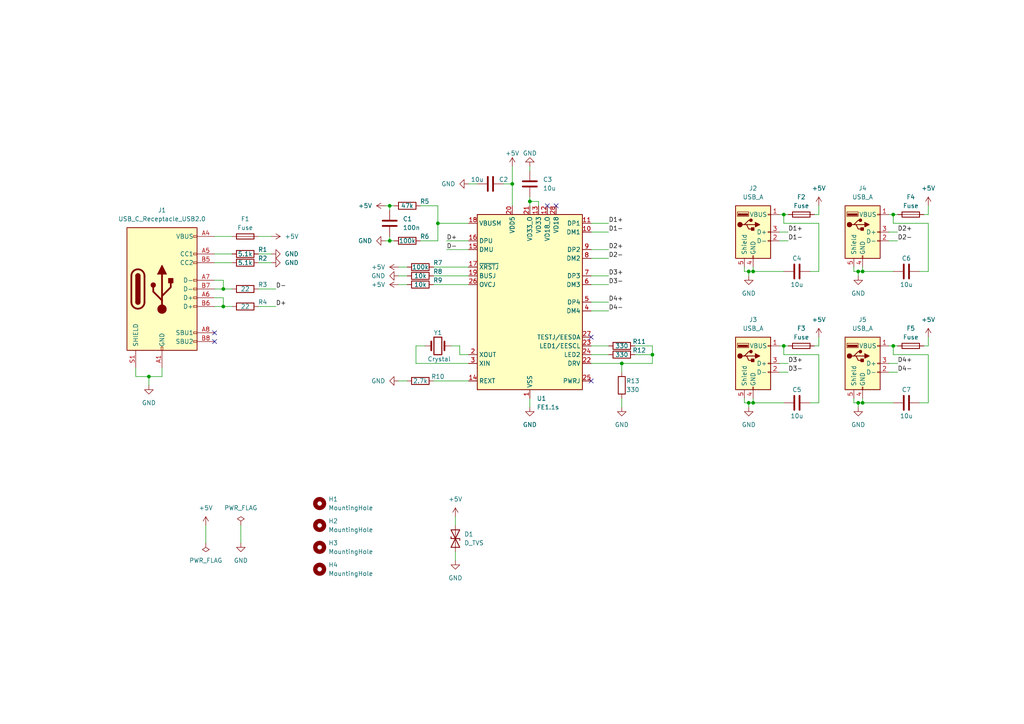
<source format=kicad_sch>
(kicad_sch (version 20211123) (generator eeschema)
  (paper "A4")
  (lib_symbols
    (symbol "Connector:USB_A" (pin_names (offset 1.016))
      (property "Reference" "J" (at -5.08 11.43 0))
      (property "Value" "USB_A" (at -5.08 8.89 0))
      (symbol "USB_A_0_1"
        (rectangle (start -5.08 -7.62) (end 5.08 7.62) (stroke (width 0.254)) (fill (type background)))
        (circle (center -3.81 2.159) (radius 0.635) (stroke (width 0.254)) (fill (type outline)))
        (rectangle (start -1.524 4.826) (end -4.318 5.334) (fill (type outline)))
        (rectangle (start -1.27 4.572) (end -4.572 5.842))
        (circle (center -0.635 3.429) (radius 0.381) (stroke (width 0.254)) (fill (type outline)))
        (rectangle (start -0.127 -7.62) (end 0.127 -6.858))
        (polyline (pts (xy -3.175 2.159) (xy -2.54 2.159) (xy -1.27 3.429) (xy -0.635 3.429)) (stroke (width 0.254)))
        (polyline (pts (xy -2.54 2.159) (xy -1.905 2.159) (xy -1.27 0.889) (xy 0 0.889)) (stroke (width 0.254)))
        (polyline (pts (xy 0.635 2.794) (xy 0.635 1.524) (xy 1.905 2.159) (xy 0.635 2.794)) (stroke (width 0.254)) (fill (type outline)))
        (rectangle (start 0.254 1.27) (end -0.508 0.508) (stroke (width 0.254)) (fill (type outline)))
        (rectangle (start 5.08 -2.667) (end 4.318 -2.413))
        (rectangle (start 5.08 -0.127) (end 4.318 0.127))
        (rectangle (start 5.08 4.953) (end 4.318 5.207))
      )
      (symbol "USB_A_1_1"
        (polyline (pts (xy -1.905 2.159) (xy 0.635 2.159)) (stroke (width 0.254)))
        (pin power_in line (at 7.62 5.08 180) (length 2.54) (name "VBUS") (number "1"))
        (pin bidirectional line (at 7.62 -2.54 180) (length 2.54) (name "D-") (number "2"))
        (pin bidirectional line (at 7.62 0 180) (length 2.54) (name "D+") (number "3"))
        (pin power_in line (at 0 -10.16 90) (length 2.54) (name "GND") (number "4"))
        (pin passive line (at -2.54 -10.16 90) (length 2.54) (name "Shield") (number "5"))
      )
    )
    (symbol "Connector:USB_C_Receptacle_USB2.0" (pin_names (offset 1.016))
      (property "Reference" "J" (at -10.16 19.05 0))
      (property "Value" "USB_C_Receptacle_USB2.0" (at 19.05 19.05 0))
      (symbol "USB_C_Receptacle_USB2.0_0_0"
        (rectangle (start -0.254 -17.78) (end 0.254 -16.764))
        (rectangle (start 10.16 -14.986) (end 9.144 -15.494))
        (rectangle (start 10.16 -12.446) (end 9.144 -12.954))
        (rectangle (start 10.16 -4.826) (end 9.144 -5.334))
        (rectangle (start 10.16 -2.286) (end 9.144 -2.794))
        (rectangle (start 10.16 0.254) (end 9.144 -0.254))
        (rectangle (start 10.16 2.794) (end 9.144 2.286))
        (rectangle (start 10.16 7.874) (end 9.144 7.366))
        (rectangle (start 10.16 10.414) (end 9.144 9.906))
        (rectangle (start 10.16 15.494) (end 9.144 14.986))
      )
      (symbol "USB_C_Receptacle_USB2.0_0_1"
        (rectangle (start -10.16 17.78) (end 10.16 -17.78) (stroke (width 0.254)) (fill (type background)))
        (arc (start -8.89 -3.81) (mid -6.985 -5.715) (end -5.08 -3.81) (stroke (width 0.508)))
        (arc (start -7.62 -3.81) (mid -6.985 -4.445) (end -6.35 -3.81) (stroke (width 0.254)))
        (arc (start -7.62 -3.81) (mid -6.985 -4.445) (end -6.35 -3.81) (stroke (width 0.254)) (fill (type outline)))
        (rectangle (start -7.62 -3.81) (end -6.35 3.81) (stroke (width 0.254)) (fill (type outline)))
        (arc (start -6.35 3.81) (mid -6.985 4.445) (end -7.62 3.81) (stroke (width 0.254)))
        (arc (start -6.35 3.81) (mid -6.985 4.445) (end -7.62 3.81) (stroke (width 0.254)) (fill (type outline)))
        (arc (start -5.08 3.81) (mid -6.985 5.715) (end -8.89 3.81) (stroke (width 0.508)))
        (circle (center -2.54 1.143) (radius 0.635) (stroke (width 0.254)) (fill (type outline)))
        (circle (center 0 -5.842) (radius 1.27) (fill (type outline)))
        (polyline (pts (xy -8.89 -3.81) (xy -8.89 3.81)) (stroke (width 0.508)))
        (polyline (pts (xy -5.08 3.81) (xy -5.08 -3.81)) (stroke (width 0.508)))
        (polyline (pts (xy 0 -5.842) (xy 0 4.318)) (stroke (width 0.508)))
        (polyline (pts (xy 0 -3.302) (xy -2.54 -0.762) (xy -2.54 0.508)) (stroke (width 0.508)))
        (polyline (pts (xy 0 -2.032) (xy 2.54 0.508) (xy 2.54 1.778)) (stroke (width 0.508)))
        (polyline (pts (xy -1.27 4.318) (xy 0 6.858) (xy 1.27 4.318) (xy -1.27 4.318)) (stroke (width 0.254)) (fill (type outline)))
        (rectangle (start 1.905 1.778) (end 3.175 3.048) (stroke (width 0.254)) (fill (type outline)))
      )
      (symbol "USB_C_Receptacle_USB2.0_1_1"
        (pin passive line (at 0 -22.86 90) (length 5.08) (name "GND") (number "A1"))
        (pin passive line (at 0 -22.86 90) (length 5.08) hide (name "GND") (number "A12"))
        (pin passive line (at 15.24 15.24 180) (length 5.08) (name "VBUS") (number "A4"))
        (pin bidirectional line (at 15.24 10.16 180) (length 5.08) (name "CC1") (number "A5"))
        (pin bidirectional line (at 15.24 -2.54 180) (length 5.08) (name "D+") (number "A6"))
        (pin bidirectional line (at 15.24 2.54 180) (length 5.08) (name "D-") (number "A7"))
        (pin bidirectional line (at 15.24 -12.7 180) (length 5.08) (name "SBU1") (number "A8"))
        (pin passive line (at 15.24 15.24 180) (length 5.08) hide (name "VBUS") (number "A9"))
        (pin passive line (at 0 -22.86 90) (length 5.08) hide (name "GND") (number "B1"))
        (pin passive line (at 0 -22.86 90) (length 5.08) hide (name "GND") (number "B12"))
        (pin passive line (at 15.24 15.24 180) (length 5.08) hide (name "VBUS") (number "B4"))
        (pin bidirectional line (at 15.24 7.62 180) (length 5.08) (name "CC2") (number "B5"))
        (pin bidirectional line (at 15.24 -5.08 180) (length 5.08) (name "D+") (number "B6"))
        (pin bidirectional line (at 15.24 0 180) (length 5.08) (name "D-") (number "B7"))
        (pin bidirectional line (at 15.24 -15.24 180) (length 5.08) (name "SBU2") (number "B8"))
        (pin passive line (at 15.24 15.24 180) (length 5.08) hide (name "VBUS") (number "B9"))
        (pin passive line (at -7.62 -22.86 90) (length 5.08) (name "SHIELD") (number "S1"))
      )
    )
    (symbol "Device:C" (pin_numbers hide) (pin_names (offset 0.254))
      (property "Reference" "C" (at 0.635 2.54 0))
      (property "Value" "C" (at 0.635 -2.54 0))
      (symbol "C_0_1"
        (polyline (pts (xy -2.032 -0.762) (xy 2.032 -0.762)) (stroke (width 0.508)))
        (polyline (pts (xy -2.032 0.762) (xy 2.032 0.762)) (stroke (width 0.508)))
      )
      (symbol "C_1_1"
        (pin passive line (at 0 3.81 270) (length 2.794) (name "~") (number "1"))
        (pin passive line (at 0 -3.81 90) (length 2.794) (name "~") (number "2"))
      )
    )
    (symbol "Device:Crystal" (pin_numbers hide) (pin_names (offset 1.016) hide)
      (property "Reference" "Y" (at 0 3.81 0))
      (property "Value" "Crystal" (at 0 -3.81 0))
      (symbol "Crystal_0_1"
        (rectangle (start -1.143 2.54) (end 1.143 -2.54) (stroke (width 0.3048)))
        (polyline (pts (xy -2.54 0) (xy -1.905 0)))
        (polyline (pts (xy -1.905 -1.27) (xy -1.905 1.27)) (stroke (width 0.508)))
        (polyline (pts (xy 1.905 -1.27) (xy 1.905 1.27)) (stroke (width 0.508)))
        (polyline (pts (xy 2.54 0) (xy 1.905 0)))
      )
      (symbol "Crystal_1_1"
        (pin passive line (at -3.81 0 0) (length 1.27) (name "1") (number "1"))
        (pin passive line (at 3.81 0 180) (length 1.27) (name "2") (number "2"))
      )
    )
    (symbol "Device:D_TVS" (pin_numbers hide) (pin_names (offset 1.016) hide)
      (property "Reference" "D" (at 0 2.54 0))
      (property "Value" "D_TVS" (at 0 -2.54 0))
      (symbol "D_TVS_0_1"
        (polyline (pts (xy 1.27 0) (xy -1.27 0)))
        (polyline (pts (xy 0.508 1.27) (xy 0 1.27) (xy 0 -1.27) (xy -0.508 -1.27)) (stroke (width 0.254)))
        (polyline (pts (xy -2.54 1.27) (xy -2.54 -1.27) (xy 2.54 1.27) (xy 2.54 -1.27) (xy -2.54 1.27)) (stroke (width 0.254)))
      )
      (symbol "D_TVS_1_1"
        (pin passive line (at -3.81 0 0) (length 2.54) (name "A1") (number "1"))
        (pin passive line (at 3.81 0 180) (length 2.54) (name "A2") (number "2"))
      )
    )
    (symbol "Device:Fuse" (pin_numbers hide) (pin_names (offset 0))
      (property "Reference" "F" (at 2.032 0 90))
      (property "Value" "Fuse" (at -1.905 0 90))
      (symbol "Fuse_0_1"
        (rectangle (start -0.762 -2.54) (end 0.762 2.54) (stroke (width 0.254)))
        (polyline (pts (xy 0 2.54) (xy 0 -2.54)))
      )
      (symbol "Fuse_1_1"
        (pin passive line (at 0 3.81 270) (length 1.27) (name "~") (number "1"))
        (pin passive line (at 0 -3.81 90) (length 1.27) (name "~") (number "2"))
      )
    )
    (symbol "Device:R" (pin_numbers hide) (pin_names (offset 0))
      (property "Reference" "R" (at 2.032 0 90))
      (property "Value" "R" (at 0 0 90))
      (symbol "R_0_1"
        (rectangle (start -1.016 -2.54) (end 1.016 2.54) (stroke (width 0.254)))
      )
      (symbol "R_1_1"
        (pin passive line (at 0 3.81 270) (length 1.27) (name "~") (number "1"))
        (pin passive line (at 0 -3.81 90) (length 1.27) (name "~") (number "2"))
      )
    )
    (symbol "Interface_USB:FE1.1s"
      (property "Reference" "U" (at -11.43 26.67 0))
      (property "Value" "FE1.1s" (at 12.7 27.94 0))
      (symbol "FE1.1s_0_1"
        (rectangle (start -15.24 25.4) (end 15.24 -25.4) (stroke (width 0.254)) (fill (type background)))
      )
      (symbol "FE1.1s_1_1"
        (pin power_in line (at 0 -27.94 90) (length 2.54) (name "VSS") (number "1"))
        (pin bidirectional line (at 17.78 20.32 180) (length 2.54) (name "DM1") (number "10"))
        (pin bidirectional line (at 17.78 22.86 180) (length 2.54) (name "DP1") (number "11"))
        (pin power_out line (at 5.08 27.94 270) (length 2.54) (name "VD18_O") (number "12"))
        (pin power_in line (at 2.54 27.94 270) (length 2.54) (name "VD33") (number "13"))
        (pin passive line (at -17.78 -22.86 0) (length 2.54) (name "REXT") (number "14"))
        (pin bidirectional line (at -17.78 15.24 0) (length 2.54) (name "DMU") (number "15"))
        (pin bidirectional line (at -17.78 17.78 0) (length 2.54) (name "DPU") (number "16"))
        (pin input line (at -17.78 10.16 0) (length 2.54) (name "~{XRSTJ}") (number "17"))
        (pin input line (at -17.78 22.86 0) (length 2.54) (name "VBUSM") (number "18"))
        (pin input line (at -17.78 7.62 0) (length 2.54) (name "BUSJ") (number "19"))
        (pin output line (at -17.78 -15.24 0) (length 2.54) (name "XOUT") (number "2"))
        (pin power_in line (at -5.08 27.94 270) (length 2.54) (name "VDD5") (number "20"))
        (pin power_out line (at 0 27.94 270) (length 2.54) (name "VD33_O") (number "21"))
        (pin bidirectional line (at 17.78 -17.78 180) (length 2.54) (name "DRV") (number "22"))
        (pin bidirectional line (at 17.78 -12.7 180) (length 2.54) (name "LED1/EESCL") (number "23"))
        (pin bidirectional line (at 17.78 -15.24 180) (length 2.54) (name "LED2") (number "24"))
        (pin output line (at 17.78 -22.86 180) (length 2.54) (name "PWRJ") (number "25"))
        (pin input line (at -17.78 5.08 0) (length 2.54) (name "OVCJ") (number "26"))
        (pin bidirectional line (at 17.78 -10.16 180) (length 2.54) (name "TESTJ/EESDA") (number "27"))
        (pin power_in line (at 7.62 27.94 270) (length 2.54) (name "VD18") (number "28"))
        (pin input line (at -17.78 -17.78 0) (length 2.54) (name "XIN") (number "3"))
        (pin bidirectional line (at 17.78 -2.54 180) (length 2.54) (name "DM4") (number "4"))
        (pin bidirectional line (at 17.78 0 180) (length 2.54) (name "DP4") (number "5"))
        (pin bidirectional line (at 17.78 5.08 180) (length 2.54) (name "DM3") (number "6"))
        (pin bidirectional line (at 17.78 7.62 180) (length 2.54) (name "DP3") (number "7"))
        (pin bidirectional line (at 17.78 12.7 180) (length 2.54) (name "DM2") (number "8"))
        (pin bidirectional line (at 17.78 15.24 180) (length 2.54) (name "DP2") (number "9"))
      )
    )
    (symbol "Mechanical:MountingHole" (pin_names (offset 1.016))
      (property "Reference" "H" (at 0 5.08 0))
      (property "Value" "MountingHole" (at 0 3.175 0))
      (symbol "MountingHole_0_1"
        (circle (center 0 0) (radius 1.27) (stroke (width 1.27)))
      )
    )
    (symbol "power:+5V" (power) (pin_names (offset 0))
      (property "Value" "+5V" (at 0 3.556 0))
      (symbol "+5V_0_1"
        (polyline (pts (xy -0.762 1.27) (xy 0 2.54)))
        (polyline (pts (xy 0 0) (xy 0 2.54)))
        (polyline (pts (xy 0 2.54) (xy 0.762 1.27)))
      )
      (symbol "+5V_1_1"
        (pin power_in line (at 0 0 90) (length 0) hide (name "+5V") (number "1"))
      )
    )
    (symbol "power:GND" (power) (pin_names (offset 0))
      (property "Value" "GND" (at 0 -3.81 0))
      (symbol "GND_0_1"
        (polyline (pts (xy 0 0) (xy 0 -1.27) (xy 1.27 -1.27) (xy 0 -2.54) (xy -1.27 -1.27) (xy 0 -1.27)))
      )
      (symbol "GND_1_1"
        (pin power_in line (at 0 0 270) (length 0) hide (name "GND") (number "1"))
      )
    )
    (symbol "power:PWR_FLAG" (power) (pin_numbers hide) (pin_names (offset 0) hide)
      (property "Value" "PWR_FLAG" (at 0 3.81 0))
      (symbol "PWR_FLAG_0_0"
        (pin power_out line (at 0 0 90) (length 0) (name "pwr") (number "1"))
      )
      (symbol "PWR_FLAG_0_1"
        (polyline (pts (xy 0 0) (xy 0 1.27) (xy -1.016 1.905) (xy 0 2.54) (xy 1.016 1.905) (xy 0 1.27)))
      )
    )
  )
  (junction (at 250.19 78.74))
  (junction (at 218.44 116.84))
  (junction (at 259.08 100.33))
  (junction (at 227.33 62.23))
  (junction (at 250.19 116.84))
  (junction (at 148.59 53.34))
  (junction (at 127 64.77))
  (junction (at 43.18 109.22))
  (junction (at 113.03 59.69))
  (junction (at 217.17 78.74))
  (junction (at 248.92 116.84))
  (junction (at 217.17 116.84))
  (junction (at 64.77 88.9))
  (junction (at 180.34 105.41))
  (junction (at 227.33 100.33))
  (junction (at 153.67 58.42))
  (junction (at 189.23 102.87))
  (junction (at 218.44 78.74))
  (junction (at 64.77 83.82))
  (junction (at 113.03 69.85))
  (junction (at 248.92 78.74))
  (junction (at 259.08 62.23))
  (no_connect (at 171.45 110.49))
  (no_connect (at 171.45 97.79))
  (no_connect (at 62.23 96.52))
  (no_connect (at 158.75 59.69))
  (no_connect (at 161.29 59.69))
  (no_connect (at 62.23 99.06))
  (wire (pts (xy 153.67 115.57) (xy 153.67 118.11)))
  (wire (pts (xy 62.23 81.28) (xy 64.77 81.28)))
  (wire (pts (xy 171.45 74.93) (xy 176.53 74.93)))
  (wire (pts (xy 62.23 86.36) (xy 64.77 86.36)))
  (wire (pts (xy 184.15 100.33) (xy 189.23 100.33)))
  (wire (pts (xy 156.21 58.42) (xy 153.67 58.42)))
  (wire (pts (xy 247.65 116.84) (xy 248.92 116.84)))
  (wire (pts (xy 113.03 59.69) (xy 114.3 59.69)))
  (wire (pts (xy 171.45 90.17) (xy 176.53 90.17)))
  (wire (pts (xy 127 64.77) (xy 135.89 64.77)))
  (wire (pts (xy 113.03 69.85) (xy 111.76 69.85)))
  (wire (pts (xy 259.08 64.77) (xy 269.24 64.77)))
  (wire (pts (xy 121.92 69.85) (xy 127 69.85)))
  (wire (pts (xy 247.65 115.57) (xy 247.65 116.84)))
  (wire (pts (xy 227.33 62.23) (xy 227.33 64.77)))
  (wire (pts (xy 171.45 72.39) (xy 176.53 72.39)))
  (wire (pts (xy 266.7 78.74) (xy 269.24 78.74)))
  (wire (pts (xy 218.44 77.47) (xy 218.44 78.74)))
  (wire (pts (xy 62.23 88.9) (xy 64.77 88.9)))
  (wire (pts (xy 113.03 68.58) (xy 113.03 69.85)))
  (wire (pts (xy 180.34 105.41) (xy 180.34 107.95)))
  (wire (pts (xy 218.44 78.74) (xy 217.17 78.74)))
  (wire (pts (xy 121.92 59.69) (xy 127 59.69)))
  (wire (pts (xy 74.93 76.2) (xy 78.74 76.2)))
  (wire (pts (xy 69.85 152.4) (xy 69.85 157.48)))
  (wire (pts (xy 62.23 68.58) (xy 67.31 68.58)))
  (wire (pts (xy 62.23 73.66) (xy 67.31 73.66)))
  (wire (pts (xy 125.73 80.01) (xy 135.89 80.01)))
  (wire (pts (xy 189.23 100.33) (xy 189.23 102.87)))
  (wire (pts (xy 257.81 100.33) (xy 259.08 100.33)))
  (wire (pts (xy 227.33 102.87) (xy 237.49 102.87)))
  (wire (pts (xy 46.99 106.68) (xy 46.99 109.22)))
  (wire (pts (xy 269.24 97.79) (xy 269.24 100.33)))
  (wire (pts (xy 130.81 100.33) (xy 133.35 100.33)))
  (wire (pts (xy 226.06 107.95) (xy 228.6 107.95)))
  (wire (pts (xy 257.81 107.95) (xy 260.35 107.95)))
  (wire (pts (xy 62.23 76.2) (xy 67.31 76.2)))
  (wire (pts (xy 39.37 109.22) (xy 43.18 109.22)))
  (wire (pts (xy 114.3 69.85) (xy 113.03 69.85)))
  (wire (pts (xy 64.77 83.82) (xy 67.31 83.82)))
  (wire (pts (xy 257.81 69.85) (xy 260.35 69.85)))
  (wire (pts (xy 64.77 86.36) (xy 64.77 88.9)))
  (wire (pts (xy 257.81 67.31) (xy 260.35 67.31)))
  (wire (pts (xy 227.33 64.77) (xy 237.49 64.77)))
  (wire (pts (xy 129.54 69.85) (xy 135.89 69.85)))
  (wire (pts (xy 218.44 78.74) (xy 227.33 78.74)))
  (wire (pts (xy 113.03 59.69) (xy 113.03 60.96)))
  (wire (pts (xy 257.81 62.23) (xy 259.08 62.23)))
  (wire (pts (xy 171.45 100.33) (xy 176.53 100.33)))
  (wire (pts (xy 259.08 62.23) (xy 260.35 62.23)))
  (wire (pts (xy 236.22 62.23) (xy 237.49 62.23)))
  (wire (pts (xy 217.17 118.11) (xy 217.17 116.84)))
  (wire (pts (xy 59.69 152.4) (xy 59.69 157.48)))
  (wire (pts (xy 247.65 78.74) (xy 248.92 78.74)))
  (wire (pts (xy 217.17 80.01) (xy 217.17 78.74)))
  (wire (pts (xy 257.81 105.41) (xy 260.35 105.41)))
  (wire (pts (xy 250.19 78.74) (xy 259.08 78.74)))
  (wire (pts (xy 171.45 102.87) (xy 176.53 102.87)))
  (wire (pts (xy 226.06 100.33) (xy 227.33 100.33)))
  (wire (pts (xy 133.35 102.87) (xy 135.89 102.87)))
  (wire (pts (xy 218.44 116.84) (xy 227.33 116.84)))
  (wire (pts (xy 226.06 105.41) (xy 228.6 105.41)))
  (wire (pts (xy 184.15 102.87) (xy 189.23 102.87)))
  (wire (pts (xy 269.24 64.77) (xy 269.24 78.74)))
  (wire (pts (xy 250.19 116.84) (xy 248.92 116.84)))
  (wire (pts (xy 125.73 110.49) (xy 135.89 110.49)))
  (wire (pts (xy 171.45 87.63) (xy 176.53 87.63)))
  (wire (pts (xy 180.34 115.57) (xy 180.34 118.11)))
  (wire (pts (xy 269.24 102.87) (xy 269.24 116.84)))
  (wire (pts (xy 215.9 77.47) (xy 215.9 78.74)))
  (wire (pts (xy 115.57 77.47) (xy 118.11 77.47)))
  (wire (pts (xy 171.45 82.55) (xy 176.53 82.55)))
  (wire (pts (xy 215.9 116.84) (xy 217.17 116.84)))
  (wire (pts (xy 227.33 100.33) (xy 227.33 102.87)))
  (wire (pts (xy 39.37 106.68) (xy 39.37 109.22)))
  (wire (pts (xy 115.57 80.01) (xy 118.11 80.01)))
  (wire (pts (xy 234.95 116.84) (xy 237.49 116.84)))
  (wire (pts (xy 111.76 59.69) (xy 113.03 59.69)))
  (wire (pts (xy 171.45 105.41) (xy 180.34 105.41)))
  (wire (pts (xy 148.59 53.34) (xy 148.59 59.69)))
  (wire (pts (xy 46.99 109.22) (xy 43.18 109.22)))
  (wire (pts (xy 247.65 77.47) (xy 247.65 78.74)))
  (wire (pts (xy 237.49 102.87) (xy 237.49 116.84)))
  (wire (pts (xy 259.08 100.33) (xy 260.35 100.33)))
  (wire (pts (xy 74.93 73.66) (xy 78.74 73.66)))
  (wire (pts (xy 120.65 105.41) (xy 135.89 105.41)))
  (wire (pts (xy 226.06 69.85) (xy 228.6 69.85)))
  (wire (pts (xy 43.18 109.22) (xy 43.18 111.76)))
  (wire (pts (xy 115.57 82.55) (xy 118.11 82.55)))
  (wire (pts (xy 267.97 62.23) (xy 269.24 62.23)))
  (wire (pts (xy 218.44 116.84) (xy 217.17 116.84)))
  (wire (pts (xy 127 69.85) (xy 127 64.77)))
  (wire (pts (xy 74.93 88.9) (xy 80.01 88.9)))
  (wire (pts (xy 250.19 115.57) (xy 250.19 116.84)))
  (wire (pts (xy 148.59 48.26) (xy 148.59 53.34)))
  (wire (pts (xy 237.49 64.77) (xy 237.49 78.74)))
  (wire (pts (xy 132.08 160.02) (xy 132.08 162.56)))
  (wire (pts (xy 74.93 83.82) (xy 80.01 83.82)))
  (wire (pts (xy 171.45 67.31) (xy 176.53 67.31)))
  (wire (pts (xy 226.06 67.31) (xy 228.6 67.31)))
  (wire (pts (xy 146.05 53.34) (xy 148.59 53.34)))
  (wire (pts (xy 259.08 100.33) (xy 259.08 102.87)))
  (wire (pts (xy 236.22 100.33) (xy 237.49 100.33)))
  (wire (pts (xy 266.7 116.84) (xy 269.24 116.84)))
  (wire (pts (xy 180.34 105.41) (xy 189.23 105.41)))
  (wire (pts (xy 248.92 80.01) (xy 248.92 78.74)))
  (wire (pts (xy 115.57 110.49) (xy 118.11 110.49)))
  (wire (pts (xy 132.08 149.86) (xy 132.08 152.4)))
  (wire (pts (xy 248.92 118.11) (xy 248.92 116.84)))
  (wire (pts (xy 215.9 115.57) (xy 215.9 116.84)))
  (wire (pts (xy 135.89 53.34) (xy 138.43 53.34)))
  (wire (pts (xy 127 59.69) (xy 127 64.77)))
  (wire (pts (xy 250.19 116.84) (xy 259.08 116.84)))
  (wire (pts (xy 64.77 83.82) (xy 64.77 81.28)))
  (wire (pts (xy 259.08 102.87) (xy 269.24 102.87)))
  (wire (pts (xy 125.73 82.55) (xy 135.89 82.55)))
  (wire (pts (xy 259.08 62.23) (xy 259.08 64.77)))
  (wire (pts (xy 125.73 77.47) (xy 135.89 77.47)))
  (wire (pts (xy 250.19 78.74) (xy 248.92 78.74)))
  (wire (pts (xy 133.35 100.33) (xy 133.35 102.87)))
  (wire (pts (xy 267.97 100.33) (xy 269.24 100.33)))
  (wire (pts (xy 153.67 57.15) (xy 153.67 58.42)))
  (wire (pts (xy 237.49 97.79) (xy 237.49 100.33)))
  (wire (pts (xy 153.67 58.42) (xy 153.67 59.69)))
  (wire (pts (xy 250.19 77.47) (xy 250.19 78.74)))
  (wire (pts (xy 269.24 59.69) (xy 269.24 62.23)))
  (wire (pts (xy 123.19 100.33) (xy 120.65 100.33)))
  (wire (pts (xy 189.23 105.41) (xy 189.23 102.87)))
  (wire (pts (xy 215.9 78.74) (xy 217.17 78.74)))
  (wire (pts (xy 120.65 100.33) (xy 120.65 105.41)))
  (wire (pts (xy 218.44 115.57) (xy 218.44 116.84)))
  (wire (pts (xy 64.77 88.9) (xy 67.31 88.9)))
  (wire (pts (xy 226.06 62.23) (xy 227.33 62.23)))
  (wire (pts (xy 129.54 72.39) (xy 135.89 72.39)))
  (wire (pts (xy 234.95 78.74) (xy 237.49 78.74)))
  (wire (pts (xy 156.21 59.69) (xy 156.21 58.42)))
  (wire (pts (xy 171.45 80.01) (xy 176.53 80.01)))
  (wire (pts (xy 62.23 83.82) (xy 64.77 83.82)))
  (wire (pts (xy 153.67 48.26) (xy 153.67 49.53)))
  (wire (pts (xy 74.93 68.58) (xy 78.74 68.58)))
  (wire (pts (xy 237.49 59.69) (xy 237.49 62.23)))
  (wire (pts (xy 227.33 100.33) (xy 228.6 100.33)))
  (wire (pts (xy 171.45 64.77) (xy 176.53 64.77)))
  (wire (pts (xy 227.33 62.23) (xy 228.6 62.23)))
  (label "D1+" (at 228.6 67.31 0))
  (label "D1+" (at 176.53 64.77 0))
  (label "D-" (at 80.01 83.82 0))
  (label "D3+" (at 228.6 105.41 0))
  (label "D+" (at 80.01 88.9 0))
  (label "D1-" (at 228.6 69.85 0))
  (label "D4-" (at 260.35 107.95 0))
  (label "D3-" (at 228.6 107.95 0))
  (label "D2+" (at 260.35 67.31 0))
  (label "D2+" (at 176.53 72.39 0))
  (label "D+" (at 129.54 69.85 0))
  (label "D1-" (at 176.53 67.31 0))
  (label "D4+" (at 176.53 87.63 0))
  (label "D3-" (at 176.53 82.55 0))
  (label "D2-" (at 260.35 69.85 0))
  (label "D3+" (at 176.53 80.01 0))
  (label "D2-" (at 176.53 74.93 0))
  (label "D4+" (at 260.35 105.41 0))
  (label "D-" (at 129.54 72.39 0))
  (label "D4-" (at 176.53 90.17 0))
  (symbol (lib_id "Device:C") (at 262.89 116.84 90) (unit 1)
    (property "Reference" "C7" (at 262.89 113.03 90))
    (property "Value" "10u" (at 262.89 120.65 90))
    (property "Footprint" "Capacitor_SMD:C_0603_1608Metric_Pad1.08x0.95mm_HandSolder" (effects hide))
  )
  (symbol (lib_id "Device:R") (at 118.11 59.69 90) (unit 1)
    (property "Reference" "R5" (at 123.19 58.42 90))
    (property "Value" "47k" (at 118.11 59.69 90))
    (property "Footprint" "Resistor_SMD:R_0603_1608Metric_Pad0.98x0.95mm_HandSolder" (effects hide))
  )
  (symbol (lib_id "Device:Fuse") (at 232.41 100.33 90) (unit 1)
    (property "Reference" "F3" (at 232.41 95.25 90))
    (property "Value" "Fuse" (at 232.41 97.79 90))
    (property "Footprint" "Fuse:Fuse_0603_1608Metric_Pad1.05x0.95mm_HandSolder" (effects hide))
  )
  (symbol (lib_id "Connector:USB_A") (at 250.19 67.31 0) (unit 1)
    (property "Reference" "J4" (at 250.19 54.61 0))
    (property "Value" "USB_A" (at 250.19 57.15 0))
    (property "Footprint" "Lib:USB_A_Side" (effects hide))
    (property "Datasheet" " ~" (effects hide))
  )
  (symbol (lib_id "Device:C") (at 142.24 53.34 90) (unit 1)
    (property "Reference" "C2" (at 146.05 52.07 90))
    (property "Value" "10u" (at 138.43 52.07 90))
    (property "Footprint" "Capacitor_SMD:C_0603_1608Metric_Pad1.08x0.95mm_HandSolder" (effects hide))
  )
  (symbol (lib_id "power:GND") (at 153.67 118.11 0) (unit 1)
    (property "Reference" "#PWR016" (effects hide))
    (property "Value" "GND" (at 153.67 123.19 0))
  )
  (symbol (lib_id "Device:R") (at 180.34 100.33 90) (unit 1)
    (property "Reference" "R11" (at 185.42 99.06 90))
    (property "Value" "330" (at 180.34 100.33 90))
    (property "Footprint" "Resistor_SMD:R_0603_1608Metric_Pad0.98x0.95mm_HandSolder" (effects hide))
  )
  (symbol (lib_id "Mechanical:MountingHole") (at 92.71 146.05 0) (unit 1)
    (property "Reference" "H1" (at 95.25 144.7799 0) (effects (justify left)))
    (property "Value" "MountingHole" (at 95.25 147.3199 0) (effects (justify left)))
    (property "Footprint" "MountingHole:MountingHole_2.2mm_M2_Pad" (effects hide))
  )
  (symbol (lib_id "power:GND") (at 78.74 76.2 90) (unit 1)
    (property "Reference" "#PWR04" (effects hide))
    (property "Value" "GND" (at 82.55 76.2 90) (effects (justify right)))
  )
  (symbol (lib_id "Device:R") (at 121.92 80.01 90) (unit 1)
    (property "Reference" "R8" (at 127 78.74 90))
    (property "Value" "10k" (at 121.92 80.01 90))
    (property "Footprint" "Resistor_SMD:R_0603_1608Metric_Pad0.98x0.95mm_HandSolder" (effects hide))
  )
  (symbol (lib_id "power:GND") (at 69.85 157.48 0) (unit 1)
    (property "Reference" "#PWR012" (effects hide))
    (property "Value" "GND" (at 69.85 162.56 0))
  )
  (symbol (lib_id "Device:R") (at 71.12 76.2 90) (unit 1)
    (property "Reference" "R2" (at 76.2 74.93 90))
    (property "Value" "5.1k" (at 71.12 76.2 90))
    (property "Footprint" "Resistor_SMD:R_0603_1608Metric_Pad0.98x0.95mm_HandSolder" (effects hide))
  )
  (symbol (lib_id "Device:R") (at 71.12 88.9 90) (unit 1)
    (property "Reference" "R4" (at 76.2 87.63 90))
    (property "Value" "22" (at 71.12 88.9 90))
    (property "Footprint" "Resistor_SMD:R_0603_1608Metric_Pad0.98x0.95mm_HandSolder" (effects hide))
  )
  (symbol (lib_id "Mechanical:MountingHole") (at 92.71 152.4 0) (unit 1)
    (property "Reference" "H2" (at 95.25 151.1299 0) (effects (justify left)))
    (property "Value" "MountingHole" (at 95.25 153.6699 0) (effects (justify left)))
    (property "Footprint" "MountingHole:MountingHole_2.2mm_M2_Pad" (effects hide))
  )
  (symbol (lib_id "power:PWR_FLAG") (at 59.69 157.48 180) (unit 1)
    (property "Reference" "#FLG01" (effects hide))
    (property "Value" "PWR_FLAG" (at 59.69 162.56 0))
  )
  (symbol (lib_id "Device:C") (at 262.89 78.74 90) (unit 1)
    (property "Reference" "C6" (at 262.89 74.93 90))
    (property "Value" "10u" (at 262.89 82.55 90))
    (property "Footprint" "Capacitor_SMD:C_0603_1608Metric_Pad1.08x0.95mm_HandSolder" (effects hide))
  )
  (symbol (lib_id "Device:Fuse") (at 71.12 68.58 90) (unit 1)
    (property "Reference" "F1" (at 71.12 63.5 90))
    (property "Value" "Fuse" (at 71.12 66.04 90))
    (property "Footprint" "Fuse:Fuse_0603_1608Metric_Pad1.05x0.95mm_HandSolder" (effects hide))
  )
  (symbol (lib_id "Connector:USB_A") (at 250.19 105.41 0) (unit 1)
    (property "Reference" "J5" (at 250.19 92.71 0))
    (property "Value" "USB_A" (at 250.19 95.25 0))
    (property "Footprint" "Lib:USB_A_Side" (effects hide))
    (property "Datasheet" " ~" (effects hide))
  )
  (symbol (lib_id "power:GND") (at 180.34 118.11 0) (unit 1)
    (property "Reference" "#PWR017" (effects hide))
    (property "Value" "GND" (at 180.34 123.19 0))
  )
  (symbol (lib_id "power:GND") (at 132.08 162.56 0) (unit 1)
    (property "Reference" "#PWR019" (effects hide))
    (property "Value" "GND" (at 132.08 167.64 0))
  )
  (symbol (lib_id "Device:R") (at 180.34 111.76 0) (unit 1)
    (property "Reference" "R13" (at 181.61 110.49 0) (effects (justify left)))
    (property "Value" "330" (at 181.61 113.03 0) (effects (justify left)))
    (property "Footprint" "Resistor_SMD:R_0603_1608Metric_Pad0.98x0.95mm_HandSolder" (effects hide))
  )
  (symbol (lib_id "Interface_USB:FE1.1s") (at 153.67 87.63 0) (unit 1)
    (property "Reference" "U1" (at 155.6894 115.57 0) (effects (justify left)))
    (property "Value" "FE1.1s" (at 155.6894 118.11 0) (effects (justify left)))
    (property "Footprint" "Package_SO:SSOP-28_3.9x9.9mm_P0.635mm" (effects hide))
    (property "Datasheet" "https://cdn-shop.adafruit.com/product-files/2991/FE1.1s+Data+Sheet+(Rev.+1.0).pdf" (effects hide))
  )
  (symbol (lib_id "power:+5V") (at 148.59 48.26 0) (unit 1)
    (property "Reference" "#PWR014" (effects hide))
    (property "Value" "+5V" (at 148.59 44.45 0))
  )
  (symbol (lib_id "Device:R") (at 71.12 83.82 90) (unit 1)
    (property "Reference" "R3" (at 76.2 82.55 90))
    (property "Value" "22" (at 71.12 83.82 90))
    (property "Footprint" "Resistor_SMD:R_0603_1608Metric_Pad0.98x0.95mm_HandSolder" (effects hide))
  )
  (symbol (lib_id "Device:C") (at 153.67 53.34 0) (unit 1)
    (property "Reference" "C3" (at 157.48 52.0699 0) (effects (justify left)))
    (property "Value" "10u" (at 157.48 54.6099 0) (effects (justify left)))
    (property "Footprint" "Capacitor_SMD:C_0603_1608Metric_Pad1.08x0.95mm_HandSolder" (effects hide))
  )
  (symbol (lib_id "power:GND") (at 115.57 110.49 270) (unit 1)
    (property "Reference" "#PWR011" (effects hide))
    (property "Value" "GND" (at 111.76 110.4899 90) (effects (justify right)))
  )
  (symbol (lib_id "power:GND") (at 153.67 48.26 180) (unit 1)
    (property "Reference" "#PWR015" (effects hide))
    (property "Value" "GND" (at 153.67 44.45 0))
  )
  (symbol (lib_id "Mechanical:MountingHole") (at 92.71 165.1 0) (unit 1)
    (property "Reference" "H4" (at 95.25 163.8299 0) (effects (justify left)))
    (property "Value" "MountingHole" (at 95.25 166.3699 0) (effects (justify left)))
    (property "Footprint" "MountingHole:MountingHole_2.2mm_M2_Pad" (effects hide))
  )
  (symbol (lib_id "Device:R") (at 118.11 69.85 270) (unit 1)
    (property "Reference" "R6" (at 123.19 68.58 90))
    (property "Value" "100k" (at 118.11 69.85 90))
    (property "Footprint" "Resistor_SMD:R_0603_1608Metric_Pad0.98x0.95mm_HandSolder" (effects hide))
  )
  (symbol (lib_id "Device:C") (at 113.03 64.77 0) (unit 1)
    (property "Reference" "C1" (at 116.84 63.5 0) (effects (justify left)))
    (property "Value" "100n" (at 116.84 66.04 0) (effects (justify left)))
    (property "Footprint" "Capacitor_SMD:C_0603_1608Metric_Pad1.08x0.95mm_HandSolder" (effects hide))
  )
  (symbol (lib_id "Device:R") (at 121.92 82.55 90) (unit 1)
    (property "Reference" "R9" (at 127 81.28 90))
    (property "Value" "10k" (at 121.92 82.55 90))
    (property "Footprint" "Resistor_SMD:R_0603_1608Metric_Pad0.98x0.95mm_HandSolder" (effects hide))
  )
  (symbol (lib_id "power:+5V") (at 237.49 97.79 0) (unit 1)
    (property "Reference" "#PWR023" (effects hide))
    (property "Value" "+5V" (at 237.49 92.71 0))
  )
  (symbol (lib_id "power:+5V") (at 237.49 59.69 0) (unit 1)
    (property "Reference" "#PWR022" (effects hide))
    (property "Value" "+5V" (at 237.49 54.61 0))
  )
  (symbol (lib_id "power:+5V") (at 132.08 149.86 0) (unit 1)
    (property "Reference" "#PWR018" (effects hide))
    (property "Value" "+5V" (at 132.08 144.78 0))
  )
  (symbol (lib_id "power:+5V") (at 115.57 82.55 90) (unit 1)
    (property "Reference" "#PWR010" (effects hide))
    (property "Value" "+5V" (at 111.76 82.5499 90) (effects (justify left)))
  )
  (symbol (lib_id "Device:C") (at 231.14 78.74 90) (unit 1)
    (property "Reference" "C4" (at 231.14 74.93 90))
    (property "Value" "10u" (at 231.14 82.55 90))
    (property "Footprint" "Capacitor_SMD:C_0603_1608Metric_Pad1.08x0.95mm_HandSolder" (effects hide))
  )
  (symbol (lib_id "Connector:USB_A") (at 218.44 105.41 0) (unit 1)
    (property "Reference" "J3" (at 218.44 92.71 0))
    (property "Value" "USB_A" (at 218.44 95.25 0))
    (property "Footprint" "Lib:USB_A_Side" (effects hide))
    (property "Datasheet" " ~" (effects hide))
  )
  (symbol (lib_id "Mechanical:MountingHole") (at 92.71 158.75 0) (unit 1)
    (property "Reference" "H3" (at 95.25 157.4799 0) (effects (justify left)))
    (property "Value" "MountingHole" (at 95.25 160.0199 0) (effects (justify left)))
    (property "Footprint" "MountingHole:MountingHole_2.2mm_M2_Pad" (effects hide))
  )
  (symbol (lib_id "power:+5V") (at 269.24 59.69 0) (unit 1)
    (property "Reference" "#PWR026" (effects hide))
    (property "Value" "+5V" (at 269.24 54.61 0))
  )
  (symbol (lib_id "power:GND") (at 217.17 80.01 0) (unit 1)
    (property "Reference" "#PWR020" (effects hide))
    (property "Value" "GND" (at 217.17 85.09 0))
  )
  (symbol (lib_id "power:GND") (at 115.57 80.01 270) (unit 1)
    (property "Reference" "#PWR09" (effects hide))
    (property "Value" "GND" (at 111.76 80.0099 90) (effects (justify right)))
  )
  (symbol (lib_id "Device:C") (at 231.14 116.84 90) (unit 1)
    (property "Reference" "C5" (at 231.14 113.03 90))
    (property "Value" "10u" (at 231.14 120.65 90))
    (property "Footprint" "Capacitor_SMD:C_0603_1608Metric_Pad1.08x0.95mm_HandSolder" (effects hide))
  )
  (symbol (lib_id "power:GND") (at 217.17 118.11 0) (unit 1)
    (property "Reference" "#PWR021" (effects hide))
    (property "Value" "GND" (at 217.17 123.19 0))
  )
  (symbol (lib_id "Device:R") (at 121.92 77.47 90) (unit 1)
    (property "Reference" "R7" (at 127 76.2 90))
    (property "Value" "100k" (at 121.92 77.47 90))
    (property "Footprint" "Resistor_SMD:R_0603_1608Metric_Pad0.98x0.95mm_HandSolder" (effects hide))
  )
  (symbol (lib_id "power:GND") (at 135.89 53.34 270) (unit 1)
    (property "Reference" "#PWR013" (effects hide))
    (property "Value" "GND" (at 132.08 53.3399 90) (effects (justify right)))
  )
  (symbol (lib_id "power:GND") (at 248.92 118.11 0) (unit 1)
    (property "Reference" "#PWR025" (effects hide))
    (property "Value" "GND" (at 248.92 123.19 0))
  )
  (symbol (lib_id "power:+5V") (at 115.57 77.47 90) (unit 1)
    (property "Reference" "#PWR08" (effects hide))
    (property "Value" "+5V" (at 111.76 77.4699 90) (effects (justify left)))
  )
  (symbol (lib_id "Device:Crystal") (at 127 100.33 0) (unit 1)
    (property "Reference" "Y1" (at 128.27 96.52 0) (effects (justify right)))
    (property "Value" "Crystal" (at 130.81 104.14 0) (effects (justify right)))
    (property "Footprint" "Crystal:Crystal_SMD_HC49-SD" (effects hide))
  )
  (symbol (lib_id "power:GND") (at 111.76 69.85 270) (unit 1)
    (property "Reference" "#PWR06" (effects hide))
    (property "Value" "GND" (at 107.95 69.8499 90) (effects (justify right)))
  )
  (symbol (lib_id "power:GND") (at 43.18 111.76 0) (unit 1)
    (property "Reference" "#PWR01" (effects hide))
    (property "Value" "GND" (at 43.18 116.84 0))
  )
  (symbol (lib_id "Device:R") (at 71.12 73.66 90) (unit 1)
    (property "Reference" "R1" (at 76.2 72.39 90))
    (property "Value" "5.1k" (at 71.12 73.66 90))
    (property "Footprint" "Resistor_SMD:R_0603_1608Metric_Pad0.98x0.95mm_HandSolder" (effects hide))
  )
  (symbol (lib_id "power:+5V") (at 269.24 97.79 0) (unit 1)
    (property "Reference" "#PWR027" (effects hide))
    (property "Value" "+5V" (at 269.24 92.71 0))
  )
  (symbol (lib_id "power:PWR_FLAG") (at 69.85 152.4 0) (unit 1)
    (property "Reference" "#FLG02" (effects hide))
    (property "Value" "PWR_FLAG" (at 69.85 147.32 0))
  )
  (symbol (lib_id "Device:R") (at 180.34 102.87 90) (unit 1)
    (property "Reference" "R12" (at 185.42 101.6 90))
    (property "Value" "330" (at 180.34 102.87 90))
    (property "Footprint" "Resistor_SMD:R_0603_1608Metric_Pad0.98x0.95mm_HandSolder" (effects hide))
  )
  (symbol (lib_id "Device:Fuse") (at 232.41 62.23 90) (unit 1)
    (property "Reference" "F2" (at 232.41 57.15 90))
    (property "Value" "Fuse" (at 232.41 59.69 90))
    (property "Footprint" "Fuse:Fuse_0603_1608Metric_Pad1.05x0.95mm_HandSolder" (effects hide))
  )
  (symbol (lib_id "Device:D_TVS") (at 132.08 156.21 90) (unit 1)
    (property "Reference" "D1" (at 134.62 154.9399 90) (effects (justify right)))
    (property "Value" "D_TVS" (at 134.62 157.4799 90) (effects (justify right)))
    (property "Footprint" "Diode_SMD:D_SMA" (effects hide))
  )
  (symbol (lib_id "Device:R") (at 121.92 110.49 90) (unit 1)
    (property "Reference" "R10" (at 127 109.22 90))
    (property "Value" "2.7k" (at 121.92 110.49 90))
    (property "Footprint" "Resistor_SMD:R_0603_1608Metric_Pad0.98x0.95mm_HandSolder" (effects hide))
  )
  (symbol (lib_id "power:GND") (at 248.92 80.01 0) (unit 1)
    (property "Reference" "#PWR024" (effects hide))
    (property "Value" "GND" (at 248.92 85.09 0))
  )
  (symbol (lib_id "power:+5V") (at 59.69 152.4 0) (unit 1)
    (property "Reference" "#PWR07" (effects hide))
    (property "Value" "+5V" (at 59.69 147.32 0))
  )
  (symbol (lib_id "power:+5V") (at 111.76 59.69 90) (unit 1)
    (property "Reference" "#PWR05" (effects hide))
    (property "Value" "+5V" (at 107.95 59.6899 90) (effects (justify left)))
  )
  (symbol (lib_id "Connector:USB_A") (at 218.44 67.31 0) (unit 1)
    (property "Reference" "J2" (at 218.44 54.61 0))
    (property "Value" "USB_A" (at 218.44 57.15 0))
    (property "Footprint" "Lib:USB_A_Side" (effects hide))
    (property "Datasheet" " ~" (effects hide))
  )
  (symbol (lib_id "Connector:USB_C_Receptacle_USB2.0") (at 46.99 83.82 0) (unit 1)
    (property "Reference" "J1" (at 46.99 60.96 0))
    (property "Value" "USB_C_Receptacle_USB2.0" (at 46.99 63.5 0))
    (property "Footprint" "Connector_USB:USB_C_Receptacle_HRO_TYPE-C-31-M-12" (effects hide))
    (property "Datasheet" "https://www.usb.org/sites/default/files/documents/usb_type-c.zip" (effects hide))
  )
  (symbol (lib_id "power:+5V") (at 78.74 68.58 270) (unit 1)
    (property "Reference" "#PWR02" (effects hide))
    (property "Value" "+5V" (at 82.55 68.5799 90) (effects (justify left)))
  )
  (symbol (lib_id "Device:Fuse") (at 264.16 62.23 90) (unit 1)
    (property "Reference" "F4" (at 264.16 57.15 90))
    (property "Value" "Fuse" (at 264.16 59.69 90))
    (property "Footprint" "Fuse:Fuse_0603_1608Metric_Pad1.05x0.95mm_HandSolder" (effects hide))
  )
  (symbol (lib_id "power:GND") (at 78.74 73.66 90) (unit 1)
    (property "Reference" "#PWR03" (effects hide))
    (property "Value" "GND" (at 82.55 73.66 90) (effects (justify right)))
  )
  (symbol (lib_id "Device:Fuse") (at 264.16 100.33 90) (unit 1)
    (property "Reference" "F5" (at 264.16 95.25 90))
    (property "Value" "Fuse" (at 264.16 97.79 90))
    (property "Footprint" "Fuse:Fuse_0603_1608Metric_Pad1.05x0.95mm_HandSolder" (effects hide))
  )
)
</source>
